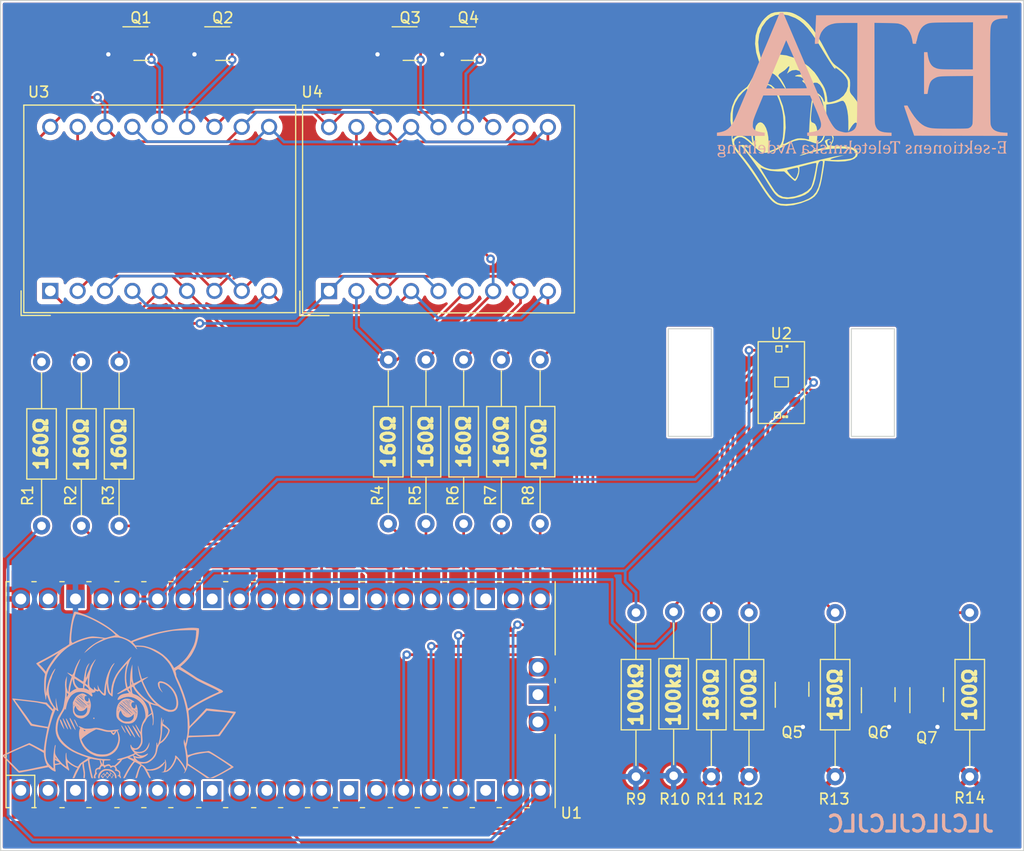
<source format=kicad_pcb>
(kicad_pcb (version 20211014) (generator pcbnew)
  (layers (0 "F.Cu" signal) (31 "B.Cu" signal) (34 "B.Paste" user) (35 "F.Paste" user) (36 "B.SilkS" user "B.Silkscreen") (37 "F.SilkS" user "F.Silkscreen") (38 "B.Mask" user) (39 "F.Mask" user) (44 "Edge.Cuts" user))
  (net 0 "")
  (net 1 "DIG_1")
  (net 2 "GND")
  (net 3 "Net-(Q1-Pad3)")
  (net 4 "TR_G")
  (net 5 "LED_G")
  (net 6 "DIG_2")
  (net 7 "Net-(Q3-Pad3)")
  (net 8 "TR_R")
  (net 9 "LED_R")
  (net 10 "TR_I")
  (net 11 "LED_I")
  (net 12 "DIG_3")
  (net 13 "Net-(Q2-Pad3)")
  (net 14 "DIG_4")
  (net 15 "Net-(Q4-Pad3)")
  (net 16 "+5V")
  (net 17 "Net-(R11-Pad2)")
  (net 18 "SEG_DP")
  (net 19 "SEG_G")
  (net 20 "SEG_F")
  (net 21 "SEG_E")
  (net 22 "SEG_D")
  (net 23 "SEG_C")
  (net 24 "SEG_B")
  (net 25 "SEG_A")
  (net 43 "+3V3")
  (net 45 "PHOTOTR_IR")
  (net 50 "/DP")
  (net 51 "/G")
  (net 52 "/F")
  (net 53 "/E")
  (net 54 "/D")
  (net 55 "/C")
  (net 56 "/B")
  (net 57 "/A")
  (net 58 "PHOTOTR_BB")
  (net 59 "Net-(R13-Pad2)")
  (net 60 "Net-(R14-Pad2)")
  (net 61 "Net-(R12-Pad2)")
  (footprint "Resistor_THT:R_Axial_DIN0207_L6.3mm_D2.5mm_P15.24mm_Horizontal" (layer "F.Cu") (at 143 130.12 90)
    (fp_text reference "R11")
    (fp_text value "180")
  )
  (footprint "Resistor_THT:R_Axial_DIN0207_L6.3mm_D2.5mm_P15.24mm_Horizontal" (layer "F.Cu") (at 127.1 106.61 90)
    (fp_text reference "R8")
    (fp_text value "160")
  )
  (footprint "Package_TO_SOT_SMD:SOT-23" (layer "F.Cu") (at 158.5 122.5 90)
    (fp_text reference "Q6")
    (fp_text value "IRLML2060")
  )
  (footprint "Resistor_THT:R_Axial_DIN0207_L6.3mm_D2.5mm_P15.24mm_Horizontal" (layer "F.Cu") (at 84.5 106.82 90)
    (fp_text reference "R2")
    (fp_text value "160")
  )
  (footprint "Display_7Segment:DA56-11SYKWA" (layer "F.Cu") (at 107.5 85 90)
    (fp_text reference "U4")
    (fp_text value "DC56-11YWA")
  )
  (footprint "Resistor_THT:R_Axial_DIN0207_L6.3mm_D2.5mm_P15.24mm_Horizontal" (layer "F.Cu") (at 136 114.88 -90)
    (fp_text reference "R9")
    (fp_text value "100k")
  )
  (footprint "Graphics:kalleanka" (layer "F.Cu") (at 151 68)
    (fp_text reference "G***" hide)
    (fp_text value "LOGO" hide)
  )
  (footprint "Display_7Segment:DA56-11SYKWA" (layer "F.Cu") (at 81.61 84.98 90)
    (fp_text reference "U3")
    (fp_text value "DC56-11YWA")
  )
  (footprint "Package_TO_SOT_SMD:SOT-23" (layer "F.Cu") (at 163 122.5 90)
    (fp_text reference "Q7")
    (fp_text value "IRLML2060")
  )
  (footprint "Package_TO_SOT_SMD:SOT-23" (layer "F.Cu") (at 120.43 62)
    (fp_text reference "Q4")
    (fp_text value "IRLML2060")
  )
  (footprint "Resistor_THT:R_Axial_DIN0207_L6.3mm_D2.5mm_P15.24mm_Horizontal" (layer "F.Cu") (at 154.5 130.12 90)
    (fp_text reference "R13")
    (fp_text value "150")
  )
  (footprint "Resistor_THT:R_Axial_DIN0207_L6.3mm_D2.5mm_P15.24mm_Horizontal" (layer "F.Cu") (at 146.5 130.12 90)
    (fp_text reference "R12")
    (fp_text value "100")
  )
  (footprint "Package_TO_SOT_SMD:SOT-23" (layer "F.Cu") (at 115.03 62)
    (fp_text reference "Q3")
    (fp_text value "IRLML2060")
  )
  (footprint "Package_TO_SOT_SMD:SOT-23" (layer "F.Cu") (at 90.03 62)
    (fp_text reference "Q1")
    (fp_text value "IRLML2060")
  )
  (footprint "Resistor_THT:R_Axial_DIN0207_L6.3mm_D2.5mm_P15.24mm_Horizontal" (layer "F.Cu") (at 167 130.12 90)
    (fp_text reference "R14")
    (fp_text value "100")
  )
  (footprint "PiPico:RPi_Pico_SMD_TH" (layer "F.Cu") (at 103 122.5 90)
    (fp_text reference "U1")
    (fp_text value "Pico")
  )
  (footprint "OptoDevice:SFH7072" (layer "F.Cu") (at 149.5 93.5 -90)
    (fp_text reference "U2")
    (fp_text value "SFH7072")
  )
  (footprint "Resistor_THT:R_Axial_DIN0207_L6.3mm_D2.5mm_P15.24mm_Horizontal" (layer "F.Cu") (at 116.5 106.62 90)
    (fp_text reference "R5")
    (fp_text value "160")
  )
  (footprint "Resistor_THT:R_Axial_DIN0207_L6.3mm_D2.5mm_P15.24mm_Horizontal" (layer "F.Cu") (at 88 106.82 90)
    (fp_text reference "R3")
    (fp_text value "160")
  )
  (footprint "Resistor_THT:R_Axial_DIN0207_L6.3mm_D2.5mm_P15.24mm_Horizontal" (layer "F.Cu") (at 113 106.62 90)
    (fp_text reference "R4")
    (fp_text value "160")
  )
  (footprint "Resistor_THT:R_Axial_DIN0207_L6.3mm_D2.5mm_P15.24mm_Horizontal" (layer "F.Cu") (at 120 106.62 90)
    (fp_text reference "R6")
    (fp_text value "160")
  )
  (footprint "Resistor_THT:R_Axial_DIN0207_L6.3mm_D2.5mm_P15.24mm_Horizontal" (layer "F.Cu") (at 123.5 106.62 90)
    (fp_text reference "R7")
    (fp_text value "160")
  )
  (footprint "Resistor_THT:R_Axial_DIN0207_L6.3mm_D2.5mm_P15.24mm_Horizontal" (layer "F.Cu") (at 139.5 114.8 -90)
    (fp_text reference "R10")
    (fp_text value "100k")
  )
  (footprint "Package_TO_SOT_SMD:SOT-23" (layer "F.Cu") (at 150.5 122 90)
    (fp_text reference "Q5")
    (fp_text value "IRLML2060")
  )
  (footprint "Package_TO_SOT_SMD:SOT-23" (layer "F.Cu") (at 97.63 62)
    (fp_text reference "Q2")
    (fp_text value "IRLML2060")
  )
  (footprint "Resistor_THT:R_Axial_DIN0207_L6.3mm_D2.5mm_P15.24mm_Horizontal" (layer "F.Cu") (at 80.8 106.82 90)
    (fp_text reference "R1")
    (fp_text value "160")
  )
  (footprint "LOGO" (layer "B.Cu") (at 88 122.5 180)
    (fp_text reference "G***" hide)
    (fp_text value "LOGO" hide)
  )
  (footprint "LOGO" (layer "B.Cu") (at 157 66 180)
    (fp_text reference "G***" hide)
    (fp_text value "LOGO" hide)
  )
  (gr_rect (start 139 88.5) (end 143 98.5) (layer "Edge.Cuts") (width 0.1) (fill none))
  (gr_rect (start 156 88.5) (end 160 98.5) (layer "Edge.Cuts") (width 0.1) (fill none))
  (gr_line (start 77 58) (end 77 137) (layer "Edge.Cuts") (width 0.1))
  (gr_line (start 172 137) (end 77 137) (layer "Edge.Cuts") (width 0.1))
  (gr_line (start 172 58) (end 172 137) (layer "Edge.Cuts") (width 0.1))
  (gr_line (start 77 58) (end 172 58) (layer "Edge.Cuts") (width 0.1))
  (gr_text "JLCJLCJLCJLC" (at 161.5 134.5) (layer "B.SilkS") (effects (font (size 1.5 1.5) (thickness 0.3)) (justify mirror)))
  (gr_text "160Ω" (at 127 99.25 90) (layer "F.SilkS") (effects (font (size 1.2 1.2) (thickness 0.3))))
  (gr_text "160Ω" (at 116.5 99 90) (layer "F.SilkS") (effects (font (size 1.2 1.2) (thickness 0.3))))
  (gr_text "100kΩ" (at 136 122.5 90) (layer "F.SilkS") (effects (font (size 1.2 1.2) (thickness 0.3))))
  (gr_text "100kΩ" (at 139.5 122.5 90) (layer "F.SilkS") (effects (font (size 1.2 1.2) (thickness 0.3))))
  (gr_text "100Ω" (at 167 122.5 90) (layer "F.SilkS") (effects (font (size 1.2 1.2) (thickness 0.3))))
  (gr_text "100Ω" (at 146.5 122.5 90) (layer "F.SilkS") (effects (font (size 1.2 1.2) (thickness 0.3))))
  (gr_text "180Ω" (at 143 122.5 90) (layer "F.SilkS") (effects (font (size 1.2 1.2) (thickness 0.3))))
  (gr_text "160Ω" (at 123.5 99 90) (layer "F.SilkS") (effects (font (size 1.2 1.2) (thickness 0.3))))
  (gr_text "160Ω" (at 120 99 90) (layer "F.SilkS") (effects (font (size 1.2 1.2) (thickness 0.3))))
  (gr_text "160Ω" (at 88 99.25 90) (layer "F.SilkS") (effects (font (size 1.2 1.2) (thickness 0.3))))
  (gr_text "150Ω" (at 154.5 122.5 90) (layer "F.SilkS") (effects (font (size 1.2 1.2) (thickness 0.3))))
  (gr_text "160Ω" (at 80.75 99.2 90) (layer "F.SilkS") (effects (font (size 1.2 1.2) (thickness 0.3))))
  (gr_text "160Ω" (at 84.5 99.25 90) (layer "F.SilkS") (effects (font (size 1.2 1.2) (thickness 0.3))))
  (gr_text "160Ω" (at 113 99 90) (layer "F.SilkS") (effects (font (size 1.2 1.2) (thickness 0.3))))
  (segment (start 126.210645 118.785489) (end 114.714511 118.785489) (width 0.25) (layer "F.Cu") (net 1))
  (segment (start 132 106.906734) (end 132 112.996134) (width 0.25) (layer "F.Cu") (net 1))
  (segment (start 122.5 59.5) (end 132 69) (width 0.25) (layer "F.Cu") (net 1))
  (segment (start 89.0925 61.05) (end 90.6425 59.5) (width 0.25) (layer "F.Cu") (net 1))
  (segment (start 132 112.996134) (end 126.210645 118.785489) (width 0.25) (layer "F.Cu") (net 1))
  (segment (start 90.6425 59.5) (end 122.5 59.5) (width 0.25) (layer "F.Cu") (net 1))
  (segment (start 132 69) (end 132 106.906734) (width 0.25) (layer "F.Cu") (net 1))
  (via (at 114.714511 118.785489) (size 0.8) (drill 0.4) (layers "F.Cu" "B.Cu") (net 1))
  (segment (start 114.43 131.39) (end 114.43 119.07) (width 0.25) (layer "B.Cu") (net 1))
  (segment (start 114.43 119.07) (end 114.714511 118.785489) (width 0.25) (layer "B.Cu") (net 1))
  (segment (start 163.95 123.4375) (end 163.95 125.45) (width 0.25) (layer "F.Cu") (net 2))
  (segment (start 119.4925 62.95) (end 118.05 62.95) (width 0.25) (layer "F.Cu") (net 2))
  (segment (start 114.0925 62.95) (end 112.05 62.95) (width 0.25) (layer "F.Cu") (net 2))
  (segment (start 159.45 125.45) (end 159.5 125.5) (width 0.25) (layer "F.Cu") (net 2))
  (segment (start 96.6925 62.95) (end 95.05 62.95) (width 0.25) (layer "F.Cu") (net 2))
  (segment (start 118.05 62.95) (end 118 63) (width 0.25) (layer "F.Cu") (net 2))
  (segment (start 159.45 123.4375) (end 159.45 125.45) (width 0.25) (layer "F.Cu") (net 2))
  (segment (start 163.95 125.45) (end 164 125.5) (width 0.25) (layer "F.Cu") (net 2))
  (segment (start 151.45 125.45) (end 151.5 125.5) (width 0.25) (layer "F.Cu") (net 2))
  (segment (start 87.05 62.95) (end 87 63) (width 0.25) (layer "F.Cu") (net 2))
  (segment (start 112.05 62.95) (end 112 63) (width 0.25) (layer "F.Cu") (net 2))
  (segment (start 89.0925 62.95) (end 87.05 62.95) (width 0.25) (layer "F.Cu") (net 2))
  (segment (start 151.45 122.9375) (end 151.45 125.45) (width 0.25) (layer "F.Cu") (net 2))
  (segment (start 95.05 62.95) (end 95 63) (width 0.25) (layer "F.Cu") (net 2))
  (via (at 151.5 125.5) (size 0.8) (drill 0.4) (layers "F.Cu" "B.Cu") (net 2))
  (via (at 112 63) (size 0.8) (drill 0.4) (layers "F.Cu" "B.Cu") (net 2))
  (via (at 118 63) (size 0.8) (drill 0.4) (layers "F.Cu" "B.Cu") (net 2))
  (via (at 159.5 125.5) (size 0.8) (drill 0.4) (layers "F.Cu" "B.Cu") (net 2))
  (via (at 95 63) (size 0.8) (drill 0.4) (layers "F.Cu" "B.Cu") (net 2))
  (via (at 164 125.5) (size 0.8) (drill 0.4) (layers "F.Cu" "B.Cu") (net 2))
  (via (at 87 63) (size 0.8) (drill 0.4) (layers "F.Cu" "B.Cu") (net 2))
  (segment (start 148 125.5) (end 151.5 125.5) (width 0.25) (layer "B.Cu") (net 2))
  (segment (start 159.5 125.5) (end 164 125.5) (width 0.25) (layer "B.Cu") (net 2))
  (segment (start 151.5 125.5) (end 159.5 125.5) (width 0.25) (layer "B.Cu") (net 2))
  (segment (start 136 130.62) (end 139.12 127.5) (width 0.25) (layer "B.Cu") (net 2))
  (segment (start 139.12 127.5) (end 139.5 127.5) (width 0.25) (layer "B.Cu") (net 2))
  (segment (start 139.5 127.5) (end 146 127.5) (width 0.25) (layer "B.Cu") (net 2))
  (segment (start 146 127.5) (end 148 125.5) (width 0.25) (layer "B.Cu") (net 2))
  (segment (start 91 63.5) (end 91 62.0325) (width 0.25) (layer "F.Cu") (net 3))
  (segment (start 91 62.0325) (end 90.9675 62) (width 0.25) (layer "F.Cu") (net 3))
  (via (at 91 63.5) (size 0.8) (drill 0.4) (layers "F.Cu" "B.Cu") (net 3))
  (segment (start 91.77 69.74) (end 91.77 64.27) (width 0.25) (layer "B.Cu") (net 3))
  (segment (start 91.77 64.27) (end 91 63.5) (width 0.25) (layer "B.Cu") (net 3))
  (segment (start 149.55 122.9375) (end 149.55 128.6603) (width 0.25) (layer "F.Cu") (net 4))
  (segment (start 149.55 128.6603) (end 143.259811 134.950489) (width 0.25) (layer "F.Cu") (net 4))
  (segment (start 106.81 134.01) (end 106.81 131.39) (width 0.25) (layer "F.Cu") (net 4))
  (segment (start 143.259811 134.950489) (end 107.750489 134.950489) (width 0.25) (layer "F.Cu") (net 4))
  (segment (start 107.750489 134.950489) (end 106.81 134.01) (width 0.25) (layer "F.Cu") (net 4))
  (segment (start 149.6 90.9) (end 149.6 95.8) (width 0.25) (layer "F.Cu") (net 5))
  (segment (start 148.25 96.5) (end 148.25 118.8125) (width 0.25) (layer "F.Cu") (net 5))
  (segment (start 150.75 90.5) (end 150 90.5) (width 0.25) (layer "F.Cu") (net 5))
  (segment (start 148.25 118.8125) (end 150.5 121.0625) (width 0.25) (layer "F.Cu") (net 5))
  (segment (start 150 90.5) (end 149.6 90.9) (width 0.25) (layer "F.Cu") (net 5))
  (segment (start 149.6 95.8) (end 148.9 96.5) (width 0.25) (layer "F.Cu") (net 5))
  (segment (start 148.9 96.5) (end 148.25 96.5) (width 0.25) (layer "F.Cu") (net 5))
  (segment (start 96.6925 61.05) (end 97.766531 59.975969) (width 0.25) (layer "F.Cu") (net 6))
  (segment (start 97.766531 59.975969) (end 122.340265 59.975969) (width 0.25) (layer "F.Cu") (net 6))
  (segment (start 131.512299 107.805187) (end 131.512299 112.848131) (width 0.25) (layer "F.Cu") (net 6))
  (segment (start 131.512299 69.148003) (end 131.512299 107.805187) (width 0.25) (layer "F.Cu") (net 6))
  (segment (start 126.36043 118) (end 117 118) (width 0.25) (layer "F.Cu") (net 6))
  (segment (start 131.512299 112.848131) (end 126.36043 118) (width 0.25) (layer "F.Cu") (net 6))
  (segment (start 122.340265 59.975969) (end 131.512299 69.148003) (width 0.25) (layer "F.Cu") (net 6))
  (via (at 117 118) (size 0.8) (drill 0.4) (layers "F.Cu" "B.Cu") (net 6))
  (segment (start 116.97 118.03) (end 117 118) (width 0.25) (layer "B.Cu") (net 6))
  (segment (start 116.97 131.39) (end 116.97 118.03) (width 0.25) (layer "B.Cu") (net 6))
  (segment (start 116 63.5) (end 116 62.0325) (width 0.25) (layer "F.Cu") (net 7))
  (segment (start 116 62.0325) (end 115.9675 62) (width 0.25) (layer "F.Cu") (net 7))
  (via (at 116 63.5) (size 0.8) (drill 0.4) (layers "F.Cu" "B.Cu") (net 7))
  (segment (start 116 68.1) (end 116 63.5) (width 0.25) (layer "B.Cu") (net 7))
  (segment (start 117.66 69.76) (end 116 68.1) (width 0.25) (layer "B.Cu") (net 7))
  (segment (start 104.27 133.87) (end 104.27 131.39) (width 0.25) (layer "F.Cu") (net 8))
  (segment (start 157.55 128.6603) (end 150.8103 135.4) (width 0.25) (layer "F.Cu") (net 8))
  (segment (start 157.55 123.4375) (end 157.55 128.6603) (width 0.25) (layer "F.Cu") (net 8))
  (segment (start 150.8103 135.4) (end 105.8 135.4) (width 0.25) (layer "F.Cu") (net 8))
  (segment (start 105.8 135.4) (end 104.27 133.87) (width 0.25) (layer "F.Cu") (net 8))
  (segment (start 150.75 95.3) (end 151.5 95.3) (width 0.25) (layer "F.Cu") (net 9))
  (segment (start 152.6 96.4) (end 152.6 110.4) (width 0.25) (layer "F.Cu") (net 9))
  (segment (start 151.5 95.3) (end 152.6 96.4) (width 0.25) (layer "F.Cu") (net 9))
  (segment (start 157.6 120.6625) (end 158.5 121.5625) (width 0.25) (layer "F.Cu") (net 9))
  (segment (start 157.6 115.4) (end 157.6 120.6625) (width 0.25) (layer "F.Cu") (net 9))
  (segment (start 152.6 110.4) (end 157.6 115.4) (width 0.25) (layer "F.Cu") (net 9))
  (segment (start 104.930978 136.2) (end 101.73 132.999022) (width 0.25) (layer "F.Cu") (net 10))
  (segment (start 162.05 125.55) (end 151.4 136.2) (width 0.25) (layer "F.Cu") (net 10))
  (segment (start 101.73 132.999022) (end 101.73 131.39) (width 0.25) (layer "F.Cu") (net 10))
  (segment (start 151.4 136.2) (end 104.930978 136.2) (width 0.25) (layer "F.Cu") (net 10))
  (segment (start 162.05 123.4375) (end 162.05 125.55) (width 0.25) (layer "F.Cu") (net 10))
  (segment (start 163 118.4) (end 163 121.5625) (width 0.25) (layer "F.Cu") (net 11))
  (segment (start 153.8 109.2) (end 163 118.4) (width 0.25) (layer "F.Cu") (net 11))
  (segment (start 153.8 96.4) (end 153.8 109.2) (width 0.25) (layer "F.Cu") (net 11))
  (segment (start 150.75 94.1) (end 151.5 94.1) (width 0.25) (layer "F.Cu") (net 11))
  (segment (start 151.5 94.1) (end 153.8 96.4) (width 0.25) (layer "F.Cu") (net 11))
  (segment (start 131 69.5) (end 131 109.090693) (width 0.25) (layer "F.Cu") (net 12))
  (segment (start 114.71702 60.42548) (end 121.92548 60.42548) (width 0.25) (layer "F.Cu") (net 12))
  (segment (start 126.724726 117) (end 119.5 117) (width 0.25) (layer "F.Cu") (net 12))
  (segment (start 114.0925 61.05) (end 114.71702 60.42548) (width 0.25) (layer "F.Cu") (net 12))
  (segment (start 121.92548 60.42548) (end 131 69.5) (width 0.25) (layer "F.Cu") (net 12))
  (segment (start 131 109.090693) (end 131 112.724726) (width 0.25) (layer "F.Cu") (net 12))
  (segment (start 131 112.724726) (end 126.724726 117) (width 0.25) (layer "F.Cu") (net 12))
  (via (at 119.5 117) (size 0.8) (drill 0.4) (layers "F.Cu" "B.Cu") (net 12))
  (segment (start 119.51 131.39) (end 119.51 117.01) (width 0.25) (layer "B.Cu") (net 12))
  (segment (start 119.51 117.01) (end 119.5 117) (width 0.25) (layer "B.Cu") (net 12))
  (segment (start 98.5 62.0675) (end 98.5675 62) (width 0.25) (layer "F.Cu") (net 13))
  (segment (start 98.5 63.5) (end 98.5 62.0675) (width 0.25) (layer "F.Cu") (net 13))
  (via (at 98.5 63.5) (size 0.8) (drill 0.4) (layers "F.Cu" "B.Cu") (net 13))
  (segment (start 98.5 64) (end 98.5 63.5) (width 0.25) (layer "B.Cu") (net 13))
  (segment (start 94.31 68.19) (end 98.5 64) (width 0.25) (layer "B.Cu") (net 13))
  (segment (start 94.31 69.74) (end 94.31 68.19) (width 0.25) (layer "B.Cu") (net 13))
  (segment (start 127.089022 116) (end 125 116) (width 0.25) (layer "F.Cu") (net 14))
  (segment (start 119.4925 61.05) (end 121.826072 61.05) (width 0.25) (layer "F.Cu") (net 14))
  (segment (start 121.826072 61.05) (end 130.5 69.723928) (width 0.25) (layer "F.Cu") (net 14))
  (segment (start 130.5 108.566093) (end 130.5 112.589022) (width 0.25) (layer "F.Cu") (net 14))
  (segment (start 130.5 69.723928) (end 130.5 108.566093) (width 0.25) (layer "F.Cu") (net 14))
  (segment (start 130.5 112.589022) (end 127.089022 116) (width 0.25) (layer "F.Cu") (net 14))
  (via (at 125 116) (size 0.8) (drill 0.4) (layers "F.Cu" "B.Cu") (net 14))
  (segment (start 124.59 131.39) (end 124.59 116.41) (width 0.25) (layer "B.Cu") (net 14))
  (segment (start 124.59 116.41) (end 125 116) (width 0.25) (layer "B.Cu") (net 14))
  (segment (start 121.5 62.1325) (end 121.3675 62) (width 0.25) (layer "F.Cu") (net 15))
  (segment (start 121.5 63.5) (end 121.5 62.1325) (width 0.25) (layer "F.Cu") (net 15))
  (via (at 121.5 63.5) (size 0.8) (drill 0.4) (layers "F.Cu" "B.Cu") (net 15))
  (segment (start 120.2 64.8) (end 121.5 63.5) (width 0.25) (layer "B.Cu") (net 15))
  (segment (start 120.2 69.76) (end 120.2 64.8) (width 0.25) (layer "B.Cu") (net 15))
  (segment (start 145 110.8) (end 143 112.8) (width 0.25) (layer "F.Cu") (net 17))
  (segment (start 148.25 94.1) (end 147.5 94.1) (width 0.25) (layer "F.Cu") (net 17))
  (segment (start 145 96.6) (end 145 110.8) (width 0.25) (layer "F.Cu") (net 17))
  (segment (start 147.5 94.1) (end 145 96.6) (width 0.25) (layer "F.Cu") (net 17))
  (segment (start 143 112.8) (end 143 114.88) (width 0.25) (layer "F.Cu") (net 17))
  (segment (start 124.59 109.59) (end 124.59 113.61) (width 0.25) (layer "F.Cu") (net 18))
  (segment (start 123.5 106.62) (end 123.5 108.5) (width 0.25) (layer "F.Cu") (net 18))
  (segment (start 123.5 108.5) (end 124.59 109.59) (width 0.25) (layer "F.Cu") (net 18))
  (segment (start 116.5 106.62) (end 116.5 113.14) (width 0.25) (layer "F.Cu") (net 19))
  (segment (start 116.5 113.14) (end 116.97 113.61) (width 0.25) (layer "F.Cu") (net 19))
  (segment (start 106.81 110.31) (end 106.81 113.61) (width 0.25) (layer "F.Cu") (net 20))
  (segment (start 105 108.5) (end 106.81 110.31) (width 0.25) (layer "F.Cu") (net 20))
  (segment (start 86.18 108.5) (end 105 108.5) (width 0.25) (layer "F.Cu") (net 20))
  (segment (start 84.5 106.82) (end 86.18 108.5) (width 0.25) (layer "F.Cu") (net 20))
  (segment (start 111.89 112.000978) (end 111.89 113.61) (width 0.25) (layer "F.Cu") (net 21))
  (segment (start 106.709022 106.82) (end 111.89 112.000978) (width 0.25) (layer "F.Cu") (net 21))
  (segment (start 88 106.82) (end 106.709022 106.82) (width 0.25) (layer "F.Cu") (net 21))
  (segment (start 113 106.62) (end 114.43 108.05) (width 0.25) (layer "F.Cu") (net 22))
  (segment (start 114.43 108.05) (end 114.43 113.61) (width 0.25) (layer "F.Cu") (net 22))
  (segment (start 120 106.62) (end 120 113.12) (width 0.25) (layer "F.Cu") (net 23))
  (segment (start 120 113.12) (end 119.51 113.61) (width 0.25) (layer "F.Cu") (net 23))
  (segment (start 127.1 113.58) (end 127.13 113.61) (width 0.25) (layer "F.Cu") (net 24))
  (segment (start 127.1 106.61) (end 127.1 113.58) (width 0.25) (layer "F.Cu") (net 24))
  (segment (start 80.8 106.82) (end 77.695489 109.924511) (width 0.25) (layer "B.Cu") (net 25))
  (segment (start 80 136) (end 122.52 136) (width 0.25) (layer "B.Cu") (net 25))
  (segment (start 77.695489 109.924511) (end 77.695489 133.695489) (width 0.25) (layer "B.Cu") (net 25))
  (segment (start 77.695489 133.695489) (end 80 136) (width 0.25) (layer "B.Cu") (net 25))
  (segment (start 122.52 136) (end 127.13 131.39) (width 0.25) (layer "B.Cu") (net 25))
  (segment (start 146.5 90.5) (end 148.25 90.5) (width 0.25) (layer "F.Cu") (net 43))
  (segment (start 149 92.6) (end 149.074511 92.525489) (width 0.25) (layer "F.Cu") (net 43))
  (segment (start 149.074511 90.574511) (end 149 90.5) (width 0.25) (layer "F.Cu") (net 43))
  (segment (start 149 90.5) (end 148.25 90.5) (width 0.25) (layer "F.Cu") (net 43))
  (segment (start 148.55 92.6) (end 149 92.6) (width 0.25) (layer "F.Cu") (net 43))
  (segment (start 148.25 92.9) (end 148.55 92.6) (width 0.25) (layer "F.Cu") (net 43))
  (segment (start 149.074511 92.525489) (end 149.074511 90.574511) (width 0.25) (layer "F.Cu") (net 43))
  (via (at 146.5 90.5) (size 0.8) (drill 0.4) (layers "F.Cu" "B.Cu") (net 43))
  (segment (start 91.57 113.61) (end 102.68 102.5) (width 0.25) (layer "B.Cu") (net 43))
  (segment (start 102.68 102.5) (end 141.5 102.5) (width 0.25) (layer "B.Cu") (net 43))
  (segment (start 141.5 102.5) (end 146.5 97.5) (width 0.25) (layer "B.Cu") (net 43))
  (segment (start 91.57 113.61) (end 89.03 113.61) (width 0.25) (layer "B.Cu") (net 43))
  (segment (start 146.5 97.5) (end 146.5 90.5) (width 0.25) (layer "B.Cu") (net 43))
  (segment (start 151.9 92.9) (end 152.5 93.5) (width 0.25) (layer "F.Cu") (net 45))
  (segment (start 150.75 92.9) (end 151.9 92.9) (width 0.25) (layer "F.Cu") (net 45))
  (via (at 152.5 93.5) (size 0.8) (drill 0.4) (layers "F.Cu" "B.Cu") (net 45))
  (segment (start 94.11 113.61) (end 96.72 111) (width 0.25) (layer "B.Cu") (net 45))
  (segment (start 134 111) (end 96.72 111) (width 0.25) (layer "B.Cu") (net 45))
  (segment (start 136 113) (end 136 114.88) (width 0.25) (layer "B.Cu") (net 45))
  (segment (start 135 112) (end 135 111) (width 0.25) (layer "B.Cu") (net 45))
  (segment (start 135 111) (end 134 111) (width 0.25) (layer "B.Cu") (net 45))
  (segment (start 152.5 93.5) (end 135 111) (width 0.25) (layer "B.Cu") (net 45))
  (segment (start 136 113) (end 135 112) (width 0.25) (layer "B.Cu") (net 45))
  (segment (start 115.12 85) (end 113.12 87) (width 0.25) (layer "F.Cu") (net 50))
  (segment (start 127.82 87.06) (end 123.5 91.38) (width 0.25) (layer "F.Cu") (net 50))
  (segment (start 127.82 85) (end 127.82 87.06) (width 0.25) (layer "F.Cu") (net 50))
  (segment (start 113.12 87) (end 103.95 87) (width 0.25) (layer "F.Cu") (net 50))
  (segment (start 103.95 87) (end 101.93 84.98) (width 0.25) (layer "F.Cu") (net 50))
  (segment (start 117.62 87.5) (end 125.32 87.5) (width 0.25) (layer "B.Cu") (net 50))
  (segment (start 125.32 87.5) (end 127.82 85) (width 0.25) (layer "B.Cu") (net 50))
  (segment (start 115.12 85) (end 117.62 87.5) (width 0.25) (layer "B.Cu") (net 50))
  (segment (start 90.604511 86.354511) (end 89.23 84.98) (width 0.25) (layer "B.Cu") (net 50))
  (segment (start 101.93 84.98) (end 100.555489 86.354511) (width 0.25) (layer "B.Cu") (net 50))
  (segment (start 100.555489 86.354511) (end 90.604511 86.354511) (width 0.25) (layer "B.Cu") (net 50))
  (segment (start 84.15 69.74) (end 84.15 72.28) (width 0.25) (layer "F.Cu") (net 51))
  (segment (start 116.5 91.38) (end 122.74 85.14) (width 0.25) (layer "F.Cu") (net 51))
  (segment (start 110.04 71.79) (end 112.29 71.79) (width 0.25) (layer "F.Cu") (net 51))
  (segment (start 110.04 69.76) (end 110.04 71.79) (width 0.25) (layer "F.Cu") (net 51))
  (segment (start 110.04 71.79) (end 96.85 84.98) (width 0.25) (layer "F.Cu") (net 51))
  (segment (start 112.29 71.79) (end 122.5 82) (width 0.25) (layer "F.Cu") (net 51))
  (segment (start 84.15 72.28) (end 96.85 84.98) (width 0.25) (layer "F.Cu") (net 51))
  (segment (start 122.74 85.14) (end 122.74 85) (width 0.25) (layer "F.Cu") (net 51))
  (via (at 122.5 82) (size 0.8) (drill 0.4) (layers "F.Cu" "B.Cu") (net 51))
  (segment (start 122.74 82.24) (end 122.74 85) (width 0.25) (layer "B.Cu") (net 51))
  (segment (start 122.5 82) (end 122.74 82.24) (width 0.25) (layer "B.Cu") (net 51))
  (segment (start 81.61 69.74) (end 82.984511 68.365489) (width 0.25) (layer "F.Cu") (net 52))
  (segment (start 98.224511 68.365489) (end 106.105489 68.365489) (width 0.25) (layer "F.Cu") (net 52))
  (segment (start 107.5 69.76) (end 108.874511 68.385489) (width 0.25) (layer "F.Cu") (net 52))
  (segment (start 80.235489 71.114511) (end 81.61 69.74) (width 0.25) (layer "F.Cu") (net 52))
  (segment (start 106.105489 68.365489) (end 107.5 69.76) (width 0.25) (layer "F.Cu") (net 52))
  (segment (start 108.874511 68.385489) (end 121.365489 68.385489) (width 0.25) (layer "F.Cu") (net 52))
  (segment (start 121.365489 68.385489) (end 122.74 69.76) (width 0.25) (layer "F.Cu") (net 52))
  (segment (start 82.984511 68.365489) (end 95.475489 68.365489) (width 0.25) (layer "F.Cu") (net 52))
  (segment (start 95.475489 68.365489) (end 96.85 69.74) (width 0.25) (layer "F.Cu") (net 52))
  (segment (start 84.5 91.58) (end 80.235489 87.315489) (width 0.25) (layer "F.Cu") (net 52))
  (segment (start 96.85 69.74) (end 98.224511 68.365489) (width 0.25) (layer "F.Cu") (net 52))
  (segment (start 80.235489 87.315489) (end 80.235489 71.114511) (width 0.25) (layer "F.Cu") (net 52))
  (segment (start 94.79 88) (end 95.5 88) (width 0.25) (layer "F.Cu") (net 53))
  (segment (start 91.77 84.98) (end 94.79 88) (width 0.25) (layer "F.Cu") (net 53))
  (segment (start 88 88.75) (end 91.77 84.98) (width 0.25) (layer "F.Cu") (net 53))
  (segment (start 81.61 84.98) (end 85.38 88.75) (width 0.25) (layer "F.Cu") (net 53))
  (segment (start 88 91.58) (end 88 88.75) (width 0.25) (layer "F.Cu") (net 53))
  (segment (start 85.38 88.75) (end 88 88.75) (width 0.25) (layer "F.Cu") (net 53))
  (via (at 95.5 88) (size 0.8) (drill 0.4) (layers "F.Cu" "B.Cu") (net 53))
  (segment (start 104.5 88) (end 107.5 85) (width 0.25) (layer "B.Cu") (net 53))
  (segment (start 95.5 88) (end 104.5 88) (width 0.25) (layer "B.Cu") (net 53))
  (segment (start 108.874511 83.625489) (end 107.5 85) (width 0.25) (layer "B.Cu") (net 53))
  (segment (start 117.66 85) (end 116.285489 83.625489) (width 0.25) (layer "B.Cu") (net 53))
  (segment (start 116.285489 83.625489) (end 108.874511 83.625489) (width 0.25) (layer "B.Cu") (net 53))
  (segment (start 113 91.38) (end 113.82 91.38) (width 0.25) (layer "F.Cu") (net 54))
  (segment (start 94.31 84.98) (end 100.71 91.38) (width 0.25) (layer "F.Cu") (net 54))
  (segment (start 85.524511 83.605489) (end 92.935489 83.605489) (width 0.25) (layer "F.Cu") (net 54))
  (segment (start 92.935489 83.605489) (end 94.31 84.98) (width 0.25) (layer "F.Cu") (net 54))
  (segment (start 84.15 84.98) (end 85.524511 83.605489) (width 0.25) (layer "F.Cu") (net 54))
  (segment (start 100.71 91.38) (end 113 91.38) (width 0.25) (layer "F.Cu") (net 54))
  (segment (start 113.82 91.38) (end 120.2 85) (width 0.25) (layer "F.Cu") (net 54))
  (segment (start 110.04 88.42) (end 113 91.38) (width 0.25) (layer "B.Cu") (net 54))
  (segment (start 110.04 85) (end 110.04 88.42) (width 0.25) (layer "B.Cu") (net 54))
  (segment (start 111.205489 83.625489) (end 112.58 85) (width 0.25) (layer "F.Cu") (net 55))
  (segment (start 100.744511 83.625489) (end 111.205489 83.625489) (width 0.25) (layer "F.Cu") (net 55))
  (segment (start 120 91.38) (end 125.28 86.1) (width 0.25) (layer "F.Cu") (net 55))
  (segment (start 123.905489 83.625489) (end 113.954511 83.625489) (width 0.25) (layer "F.Cu") (net 55))
  (segment (start 113.954511 83.625489) (end 112.58 85) (width 0.25) (layer "F.Cu") (net 55))
  (segment (start 99.39 84.98) (end 100.744511 83.625489) (width 0.25) (layer "F.Cu") (net 55))
  (segment (start 125.28 86.1) (end 125.28 85) (width 0.25) (layer "F.Cu") (net 55))
  (segment (start 125.28 85) (end 123.905489 83.625489) (width 0.25) (layer "F.Cu") (net 55))
  (segment (start 98.015489 83.605489) (end 88.064511 83.605489) (width 0.25) (layer "B.Cu") (net 55))
  (segment (start 88.064511 83.605489) (end 86.69 84.98) (width 0.25) (layer "B.Cu") (net 55))
  (segment (start 99.39 84.98) (end 98.015489 83.605489) (width 0.25) (layer "B.Cu") (net 55))
  (segment (start 130 88.47) (end 127.1 91.37) (width 0.25) (layer "F.Cu") (net 56))
  (segment (start 130 82.5) (end 130 88.47) (width 0.25) (layer "F.Cu") (net 56))
  (segment (start 127.82 69.76) (end 127.82 80.32) (width 0.25) (layer "F.Cu") (net 56))
  (segment (start 127.82 80.32) (end 130 82.5) (width 0.25) (layer "F.Cu") (net 56))
  (segment (start 101.93 69.74) (end 103.324511 71.134511) (width 0.25) (layer "B.Cu") (net 56))
  (segment (start 90.604511 71.114511) (end 100.555489 71.114511) (width 0.25) (layer "B.Cu") (net 56))
  (segment (start 89.23 69.74) (end 90.604511 71.114511) (width 0.25) (layer "B.Cu") (net 56))
  (segment (start 103.324511 71.134511) (end 113.745489 71.134511) (width 0.25) (layer "B.Cu") (net 56))
  (segment (start 116.494511 71.134511) (end 126.445489 71.134511) (width 0.25) (layer "B.Cu") (net 56))
  (segment (start 126.445489 71.134511) (end 127.82 69.76) (width 0.25) (layer "B.Cu") (net 56))
  (segment (start 113.745489 71.134511) (end 115.12 69.76) (width 0.25) (layer "B.Cu") (net 56))
  (segment (start 115.12 69.76) (end 116.494511 71.134511) (width 0.25) (layer "B.Cu") (net 56))
  (segment (start 100.555489 71.114511) (end 101.93 69.74) (width 0.25) (layer "B.Cu") (net 56))
  (segment (start 98.015489 71.114511) (end 99.39 69.74) (width 0.25) (layer "F.Cu") (net 57))
  (segment (start 79.5 90.28) (end 79.5 67) (width 0.25) (layer "F.Cu") (net 57))
  (segment (start 86.69 69.74) (end 88.064511 71.114511) (width 0.25) (layer "F.Cu") (net 57))
  (segment (start 80.8 91.58) (end 79.5 90.28) (width 0.25) (layer "F.Cu") (net 57))
  (segment (start 79.5 67) (end 86 67) (width 0.25) (layer "F.Cu") (net 57))
  (segment (start 113.954511 71.134511) (end 123.905489 71.134511) (width 0.25) (layer "F.Cu") (net 57))
  (segment (start 123.905489 71.134511) (end 125.28 69.76) (width 0.25) (layer "F.Cu") (net 57))
  (segment (start 112.58 69.76) (end 113.954511 71.134511) (width 0.25) (layer "F.Cu") (net 57))
  (segment (start 88.064511 71.114511) (end 98.015489 71.114511) (width 0.25) (layer "F.Cu") (net 57))
  (via (at 86 67) (size 0.8) (drill 0.4) (layers "F.Cu" "B.Cu") (net 57))
  (segment (start 100.744511 68.385489) (end 111.205489 68.385489) (width 0.25) (layer "B.Cu") (net 57))
  (segment (start 86.69 67.69) (end 86.69 69.74) (width 0.25) (layer "B.Cu") (net 57))
  (segment (start 86 67) (end 86.69 67.69) (width 0.25) (layer "B.Cu") (net 57))
  (segment (start 99.39 69.74) (end 100.744511 68.385489) (width 0.25) (layer "B.Cu") (net 57))
  (segment (start 111.205489 68.385489) (end 112.58 69.76) (width 0.25) (layer "B.Cu") (net 57))
  (segment (start 148.25 91.7) (end 147.5 91.7) (width 0.25) (layer "F.Cu") (net 58))
  (segment (start 147.5 91.7) (end 144 95.2) (width 0.25) (layer "F.Cu") (net 58))
  (segment (start 144 109.8) (end 139.5 114.3) (width 0.25) (layer "F.Cu") (net 58))
  (segment (start 139.5 114.3) (end 139.5 114.8) (width 0.25) (layer "F.Cu") (net 58))
  (segment (start 144 95.2) (end 144 109.8) (width 0.25) (layer "F.Cu") (net 58))
  (segment (start 136 118) (end 137.8 118) (width 0.25) (layer "B.Cu") (net 58))
  (segment (start 139.5 116.3) (end 139.5 114.8) (width 0.25) (layer "B.Cu") (net 58))
  (segment (start 99.19 113.61) (end 101 111.8) (width 0.25) (layer "B.Cu") (net 58))
  (segment (start 133.8 115.8) (end 136 118) (width 0.25) (layer "B.Cu") (net 58))
  (segment (start 101 111.8) (end 133.8 111.8) (width 0.25) (layer "B.Cu") (net 58))
  (segment (start 137.8 118) (end 139.5 116.3) (width 0.25) (layer "B.Cu") (net 58))
  (segment (start 133.8 111.8) (end 133.8 115.8) (width 0.25) (layer "B.Cu") (net 58))
  (segment (start 150.75 96.5) (end 150.75 111.13) (width 0.25) (layer "F.Cu") (net 59))
  (segment (start 150.75 111.13) (end 154.5 114.88) (width 0.25) (layer "F.Cu") (net 59))
  (segment (start 152.149212 91.7) (end 155.2 94.750788) (width 0.25) (layer "F.Cu") (net 60))
  (segment (start 155.2 94.750788) (end 155.2 106.6) (width 0.25) (layer "F.Cu") (net 60))
  (segment (start 150.75 91.7) (end 152.149212 91.7) (width 0.25) (layer "F.Cu") (net 60))
  (segment (start 163.48 114.88) (end 167 114.88) (width 0.25) (layer "F.Cu") (net 60))
  (segment (start 155.2 106.6) (end 163.48 114.88) (width 0.25) (layer "F.Cu") (net 60))
  (segment (start 148.25 95.3) (end 147.5 95.3) (width 0.25) (layer "F.Cu") (net 61))
  (segment (start 147.5 95.3) (end 146.5 96.3) (width 0.25) (layer "F.Cu") (net 61))
  (segment (start 146.5 96.3) (end 146.5 114.88) (width 0.25) (layer "F.Cu") (net 61))
  (zone (net 0) (net_name "") (layers F&B.Cu) (connect_pads (clearance 0)) (min_thickness 0.254)
    (keepout (tracks not_allowed) (vias not_allowed) (pads not_allowed) (copperpour not_allowed) (footprints not_allowed))
    (fill (thermal_gap 0.508) (thermal_bridge_width 0.508))
    (polygon (pts (xy 160 98.5) (xy 156 98.5) (xy 156 88.5) (xy 160 88.5)))
  )
  (zone (net 0) (net_name "") (layers F&B.Cu) (connect_pads (clearance 0)) (min_thickness 0.254)
    (keepout (tracks not_allowed) (vias not_allowed) (pads not_allowed) (copperpour not_allowed) (footprints not_allowed))
    (fill (thermal_gap 0.508) (thermal_bridge_width 0.508))
    (polygon (pts (xy 143 98.5) (xy 139 98.5) (xy 139 88.5) (xy 143 88.5)))
  )
  (zone (net 16) (net_name "+5V") (layer "F.Cu") (connect_pads (clearance 0.2)) (min_thickness 0.254) (fill yes (thermal_gap 0.508) (thermal_bridge_width 0.508) (island_removal_mode 2) (island_area_min 5))
    (polygon (pts (xy 172 137) (xy 77 137) (xy 77 58) (xy 172 58)))
  )
  (zone (net 2) (net_name "GND") (layer "B.Cu") (connect_pads (clearance 0.2)) (min_thickness 0.254) (fill yes (thermal_gap 0.508) (thermal_bridge_width 0.508))
    (polygon (pts (xy 172 137) (xy 77 137) (xy 77 58) (xy 172 58)))
  )
)
</source>
